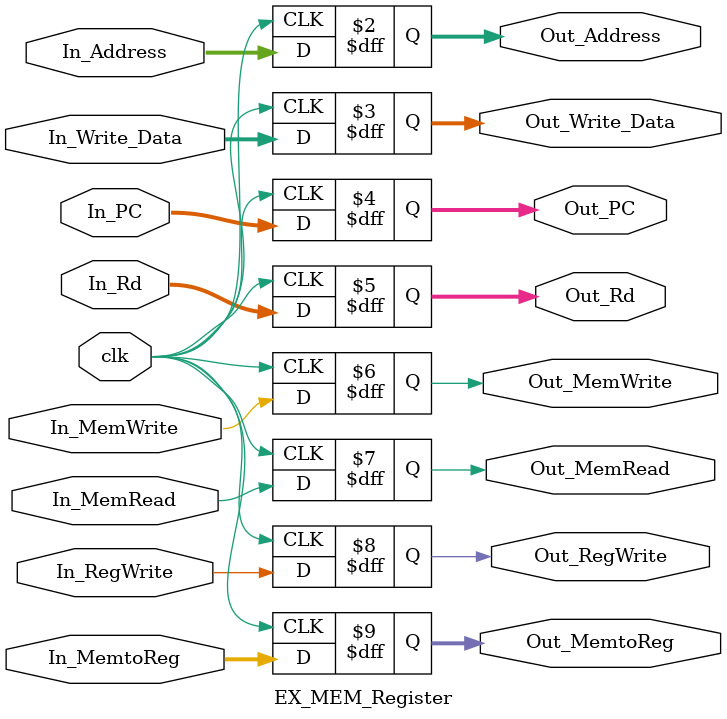
<source format=v>
module EX_MEM_Register (
// input signals
	
	clk,In_Address,In_Write_Data, In_Rd,
	 
	// output signals
	Out_Address,Out_Write_Data, Out_Rd,
	// control unit input signals
	
	// MEM signals
	In_MemWrite,In_MemRead,
	
	// WB signals
	In_RegWrite, In_MemtoReg,
	
	// control unit output signals
	
	// MEM signals
	Out_MemWrite,Out_MemRead,
	
	// WB signals
	Out_RegWrite, Out_MemtoReg,
	In_PC,Out_PC
); 


input clk ;

input [31:0] In_Address,In_Write_Data,In_PC ; // this refer to ALU reselt as an address and Read data 2 from register file as an write data to store in memory

input [4:0] In_Rd; // the values come from the instruction in ID stage

input In_MemWrite,In_MemRead,In_RegWrite;

input [1:0] In_MemtoReg;


output reg [31:0]  Out_Address,Out_Write_Data,Out_PC ;

output reg [4:0]   Out_Rd; 

output reg Out_MemWrite,Out_MemRead,Out_RegWrite;
							 

output reg [1:0] Out_MemtoReg;



						 
						 
always @(posedge clk)
	begin
		
			
			Out_Address <= In_Address;
			Out_Write_Data <= In_Write_Data;
					
			Out_Rd <=In_Rd;
			
			Out_MemWrite <= In_MemWrite;
			Out_MemRead <= In_MemRead;
			Out_RegWrite <= In_RegWrite;
			
			Out_MemtoReg<=In_MemtoReg;
			
			Out_PC<=In_PC;
			
	
	end


						 
							 
endmodule 
</source>
